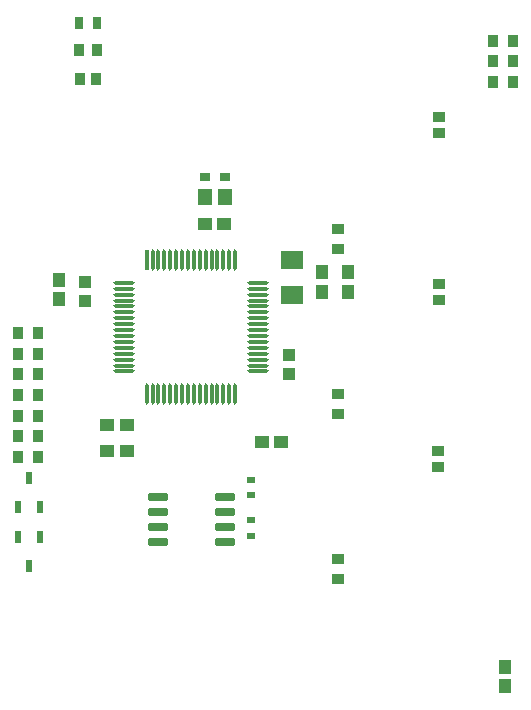
<source format=gbp>
G04*
G04 #@! TF.GenerationSoftware,Altium Limited,Altium Designer,20.2.6 (244)*
G04*
G04 Layer_Color=128*
%FSLAX25Y25*%
%MOIN*%
G70*
G04*
G04 #@! TF.SameCoordinates,023A6027-31B4-44E3-9114-37264AD4D944*
G04*
G04*
G04 #@! TF.FilePolarity,Positive*
G04*
G01*
G75*
%ADD28R,0.03937X0.03543*%
%ADD29R,0.04134X0.03543*%
%ADD32R,0.03150X0.03937*%
%ADD33R,0.03543X0.03937*%
%ADD34R,0.04724X0.05512*%
%ADD36R,0.04560X0.03985*%
%ADD44R,0.03937X0.03937*%
G04:AMPARAMS|DCode=102|XSize=25.59mil|YSize=64.96mil|CornerRadius=1.92mil|HoleSize=0mil|Usage=FLASHONLY|Rotation=90.000|XOffset=0mil|YOffset=0mil|HoleType=Round|Shape=RoundedRectangle|*
%AMROUNDEDRECTD102*
21,1,0.02559,0.06112,0,0,90.0*
21,1,0.02175,0.06496,0,0,90.0*
1,1,0.00384,0.03056,0.01088*
1,1,0.00384,0.03056,-0.01088*
1,1,0.00384,-0.03056,-0.01088*
1,1,0.00384,-0.03056,0.01088*
%
%ADD102ROUNDEDRECTD102*%
G04:AMPARAMS|DCode=103|XSize=12.3mil|YSize=70.41mil|CornerRadius=6.15mil|HoleSize=0mil|Usage=FLASHONLY|Rotation=270.000|XOffset=0mil|YOffset=0mil|HoleType=Round|Shape=RoundedRectangle|*
%AMROUNDEDRECTD103*
21,1,0.01230,0.05810,0,0,270.0*
21,1,0.00000,0.07041,0,0,270.0*
1,1,0.01230,-0.02905,0.00000*
1,1,0.01230,-0.02905,0.00000*
1,1,0.01230,0.02905,0.00000*
1,1,0.01230,0.02905,0.00000*
%
%ADD103ROUNDEDRECTD103*%
G04:AMPARAMS|DCode=104|XSize=70.41mil|YSize=12.3mil|CornerRadius=6.15mil|HoleSize=0mil|Usage=FLASHONLY|Rotation=270.000|XOffset=0mil|YOffset=0mil|HoleType=Round|Shape=RoundedRectangle|*
%AMROUNDEDRECTD104*
21,1,0.07041,0.00000,0,0,270.0*
21,1,0.05810,0.01230,0,0,270.0*
1,1,0.01230,0.00000,-0.02905*
1,1,0.01230,0.00000,0.02905*
1,1,0.01230,0.00000,0.02905*
1,1,0.01230,0.00000,-0.02905*
%
%ADD104ROUNDEDRECTD104*%
%ADD105R,0.01230X0.07041*%
%ADD106R,0.03543X0.04134*%
%ADD107R,0.03985X0.04560*%
%ADD108R,0.03740X0.02756*%
%ADD109R,0.07480X0.06299*%
%ADD110R,0.03150X0.02362*%
%ADD111R,0.02362X0.03937*%
D28*
X127689Y157874D02*
D03*
Y151181D02*
D03*
Y102756D02*
D03*
Y96063D02*
D03*
Y47638D02*
D03*
Y40945D02*
D03*
D29*
X161153Y189579D02*
D03*
Y194894D02*
D03*
X160889Y78543D02*
D03*
Y83858D02*
D03*
X161153Y139480D02*
D03*
Y134165D02*
D03*
D32*
X41339Y226378D02*
D03*
X47244D02*
D03*
D33*
X179331Y206693D02*
D03*
X186024D02*
D03*
X179331Y220472D02*
D03*
X186024D02*
D03*
X179331Y213583D02*
D03*
X186024D02*
D03*
X27559Y102362D02*
D03*
X20866D02*
D03*
X27559Y116142D02*
D03*
X20866D02*
D03*
X27559Y81693D02*
D03*
X20866D02*
D03*
Y123031D02*
D03*
X27559D02*
D03*
X27559Y88583D02*
D03*
X20866D02*
D03*
X27559Y95472D02*
D03*
X20866D02*
D03*
X27559Y109252D02*
D03*
X20866D02*
D03*
D34*
X83268Y168307D02*
D03*
X89961D02*
D03*
D36*
X108571Y86614D02*
D03*
X102059D02*
D03*
X89567Y159449D02*
D03*
X83055D02*
D03*
X50575Y92520D02*
D03*
X57087D02*
D03*
X50575Y83661D02*
D03*
X57087D02*
D03*
D44*
X43307Y133661D02*
D03*
Y139961D02*
D03*
X111221Y109252D02*
D03*
Y115551D02*
D03*
D102*
X89862Y68524D02*
D03*
Y63524D02*
D03*
Y58524D02*
D03*
Y53524D02*
D03*
X67618Y68524D02*
D03*
Y63524D02*
D03*
Y58524D02*
D03*
Y53524D02*
D03*
D103*
X56102Y139764D02*
D03*
Y137795D02*
D03*
Y135827D02*
D03*
Y133858D02*
D03*
X56102Y131890D02*
D03*
Y129921D02*
D03*
Y127953D02*
D03*
X56102Y125984D02*
D03*
Y124016D02*
D03*
X56102Y122047D02*
D03*
Y120079D02*
D03*
Y118110D02*
D03*
Y116142D02*
D03*
X56102Y114173D02*
D03*
Y112205D02*
D03*
Y110236D02*
D03*
X100915D02*
D03*
Y112205D02*
D03*
Y114173D02*
D03*
Y116142D02*
D03*
Y118110D02*
D03*
Y120079D02*
D03*
Y122047D02*
D03*
Y124016D02*
D03*
Y125984D02*
D03*
Y127953D02*
D03*
Y129921D02*
D03*
Y131890D02*
D03*
Y133858D02*
D03*
Y135827D02*
D03*
Y137795D02*
D03*
Y139764D02*
D03*
D104*
X63745Y102594D02*
D03*
X65713D02*
D03*
X67682D02*
D03*
X69650D02*
D03*
X71619D02*
D03*
X73587D02*
D03*
X75556D02*
D03*
X77525D02*
D03*
X79493D02*
D03*
X81462D02*
D03*
X83430D02*
D03*
X85399D02*
D03*
X87367D02*
D03*
X89336D02*
D03*
X91304D02*
D03*
X93273D02*
D03*
Y147406D02*
D03*
X91304D02*
D03*
X89336D02*
D03*
X87367D02*
D03*
X85399Y147406D02*
D03*
X83430D02*
D03*
X81462D02*
D03*
X79493Y147406D02*
D03*
X77525D02*
D03*
X75556Y147406D02*
D03*
X73588D02*
D03*
X71619D02*
D03*
X69650Y147406D02*
D03*
X67682D02*
D03*
X65713D02*
D03*
D105*
X63745D02*
D03*
D106*
X41634Y207677D02*
D03*
X46949D02*
D03*
X41339Y217520D02*
D03*
X47047Y217520D02*
D03*
D107*
X130905Y143323D02*
D03*
Y136811D02*
D03*
X34449Y134236D02*
D03*
Y140748D02*
D03*
X183071Y5299D02*
D03*
Y11811D02*
D03*
X122047Y136811D02*
D03*
Y143323D02*
D03*
D108*
X83366Y175197D02*
D03*
X89862D02*
D03*
D109*
X112205Y135827D02*
D03*
Y147244D02*
D03*
D110*
X98425Y55512D02*
D03*
Y60630D02*
D03*
Y68898D02*
D03*
Y74016D02*
D03*
D111*
X24606Y74606D02*
D03*
X20866Y65158D02*
D03*
X28346D02*
D03*
X24606Y45472D02*
D03*
X28346Y54921D02*
D03*
X20866D02*
D03*
M02*

</source>
